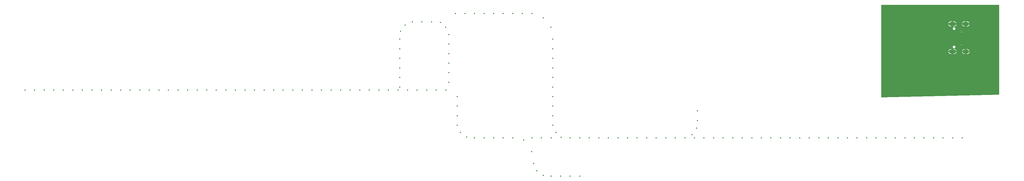
<source format=gbr>
%TF.GenerationSoftware,KiCad,Pcbnew,9.0.1*%
%TF.CreationDate,2025-04-04T16:59:33+13:00*%
%TF.ProjectId,Auckland-LED-Train-Map,4175636b-6c61-46e6-942d-4c45442d5472,rev?*%
%TF.SameCoordinates,Original*%
%TF.FileFunction,Copper,L2,Bot*%
%TF.FilePolarity,Positive*%
%FSLAX46Y46*%
G04 Gerber Fmt 4.6, Leading zero omitted, Abs format (unit mm)*
G04 Created by KiCad (PCBNEW 9.0.1) date 2025-04-04 16:59:33*
%MOMM*%
%LPD*%
G01*
G04 APERTURE LIST*
G04 Aperture macros list*
%AMRoundRect*
0 Rectangle with rounded corners*
0 $1 Rounding radius*
0 $2 $3 $4 $5 $6 $7 $8 $9 X,Y pos of 4 corners*
0 Add a 4 corners polygon primitive as box body*
4,1,4,$2,$3,$4,$5,$6,$7,$8,$9,$2,$3,0*
0 Add four circle primitives for the rounded corners*
1,1,$1+$1,$2,$3*
1,1,$1+$1,$4,$5*
1,1,$1+$1,$6,$7*
1,1,$1+$1,$8,$9*
0 Add four rect primitives between the rounded corners*
20,1,$1+$1,$2,$3,$4,$5,0*
20,1,$1+$1,$4,$5,$6,$7,0*
20,1,$1+$1,$6,$7,$8,$9,0*
20,1,$1+$1,$8,$9,$2,$3,0*%
G04 Aperture macros list end*
%TA.AperFunction,ComponentPad*%
%ADD10O,2.300000X1.300000*%
%TD*%
%TA.AperFunction,ComponentPad*%
%ADD11O,2.100000X1.300000*%
%TD*%
%TA.AperFunction,ComponentPad*%
%ADD12C,0.500000*%
%TD*%
%TA.AperFunction,HeatsinkPad*%
%ADD13C,0.500000*%
%TD*%
%TA.AperFunction,HeatsinkPad*%
%ADD14RoundRect,0.250000X-1.000000X-1.000000X1.000000X-1.000000X1.000000X1.000000X-1.000000X1.000000X0*%
%TD*%
%TA.AperFunction,ViaPad*%
%ADD15C,0.400000*%
%TD*%
G04 APERTURE END LIST*
D10*
%TO.P,U3,S1,SHIELD*%
%TO.N,GND*%
X291665000Y13380000D03*
D11*
X295865000Y13380000D03*
D12*
X294485000Y15710000D03*
X296485000Y15710000D03*
X294485000Y19710000D03*
X296485000Y19710000D03*
D10*
X291665000Y22040000D03*
D11*
X295865000Y22040000D03*
%TD*%
D13*
%TO.P,U4,33,GND*%
%TO.N,GND*%
X276275000Y15200000D03*
X276275000Y14200000D03*
X276275000Y13200000D03*
X277275000Y15200000D03*
X277275000Y14200000D03*
D14*
X277275000Y14200000D03*
D13*
X277275000Y13200000D03*
X278275000Y15200000D03*
X278275000Y14200000D03*
X278275000Y13200000D03*
%TD*%
D15*
%TO.N,GND*%
X165696985Y21000481D03*
X136300000Y-9750000D03*
X174750000Y-25700000D03*
X136300000Y-750000D03*
X108750000Y1300000D03*
X84750000Y1300000D03*
X139299519Y-13445319D03*
X288750000Y-13700000D03*
X24750000Y1300000D03*
X118300000Y11250000D03*
X45750000Y1300000D03*
X150750000Y-13700000D03*
X264750000Y-13700000D03*
X105750000Y1300000D03*
X129750000Y1300000D03*
X160300000Y-21750000D03*
X118300000Y8250000D03*
X69750000Y1300000D03*
X294750000Y-13700000D03*
X120750000Y1300000D03*
X153750000Y-13700000D03*
X246750000Y-13700000D03*
X3750000Y1300000D03*
X279750000Y-13700000D03*
X156750000Y25300000D03*
X118300000Y14250000D03*
X211700000Y-5250000D03*
X114750000Y1300000D03*
X128250000Y22700000D03*
X118300000Y17250000D03*
X279325000Y22200000D03*
X144750000Y25300000D03*
X118300000Y5250000D03*
X122250000Y22700000D03*
X276750000Y-13700000D03*
X225750000Y-13700000D03*
X166300000Y11250000D03*
X163299519Y-25445319D03*
X161304681Y-23999519D03*
X234750000Y-13700000D03*
X183750000Y-13700000D03*
X279325000Y19450000D03*
X66750000Y1300000D03*
X198750000Y-13700000D03*
X133700000Y12750000D03*
X750000Y1300000D03*
X282750000Y-13700000D03*
X126750000Y1300000D03*
X216750000Y-13700000D03*
X125250000Y22700000D03*
X231750000Y-13700000D03*
X147750000Y-13700000D03*
X153750000Y25300000D03*
X261750000Y-13700000D03*
X163299519Y23946985D03*
X136300000Y-6750000D03*
X48750000Y1300000D03*
X6750000Y1300000D03*
X133700000Y9750000D03*
X285750000Y-13700000D03*
X133700000Y6750000D03*
X166300000Y2250000D03*
X36750000Y1300000D03*
X201750000Y-13700000D03*
X131044919Y22529521D03*
X166300000Y8250000D03*
X96750000Y1300000D03*
X277575000Y18700000D03*
X267750000Y-13700000D03*
X255750000Y-13700000D03*
X42750000Y1300000D03*
X228750000Y-13700000D03*
X237750000Y-13700000D03*
X117750000Y1300000D03*
X213750000Y-13700000D03*
X137304681Y-11999519D03*
X166300000Y-750000D03*
X278325000Y22700000D03*
X177750000Y-13700000D03*
X166300000Y5250000D03*
X166300000Y17250000D03*
X21750000Y1300000D03*
X93750000Y1300000D03*
X277575000Y17700000D03*
X102750000Y1300000D03*
X275575000Y17750000D03*
X209999519Y-12695319D03*
X9750000Y1300000D03*
X78750000Y1300000D03*
X211445319Y-10700481D03*
X189750000Y-13700000D03*
X133700000Y15750000D03*
X277325000Y22700000D03*
X39750000Y1300000D03*
X159696985Y-17999519D03*
X168750000Y-25700000D03*
X60750000Y1300000D03*
X159750000Y25300000D03*
X54750000Y1300000D03*
X150750000Y25300000D03*
X99750000Y1300000D03*
X192750000Y-13700000D03*
X141750000Y-13700000D03*
X210750000Y-13700000D03*
X30750000Y1300000D03*
X207750000Y-13700000D03*
X132695319Y20999519D03*
X141750000Y25300000D03*
X15750000Y1300000D03*
X81750000Y1300000D03*
X166300000Y-6750000D03*
X273750000Y-13700000D03*
X167304681Y-11999519D03*
X144750000Y-13700000D03*
X120000481Y21695319D03*
X57750000Y1300000D03*
X270750000Y-13700000D03*
X171750000Y-25700000D03*
X90750000Y1300000D03*
X249750000Y-13700000D03*
X166300000Y-9750000D03*
X204750000Y-13700000D03*
X291750000Y-13700000D03*
X243750000Y-13700000D03*
X222750000Y-13700000D03*
X275575000Y18700000D03*
X118300000Y2250000D03*
X138750000Y25300000D03*
X72750000Y1300000D03*
X111750000Y1300000D03*
X18750000Y1300000D03*
X63750000Y1300000D03*
X166300000Y14250000D03*
X211700000Y-8250000D03*
X274575000Y22200000D03*
X165750000Y-13700000D03*
X195750000Y-13700000D03*
X12750000Y1300000D03*
X186750000Y-13700000D03*
X51750000Y1300000D03*
X87750000Y1300000D03*
X157166738Y-14347301D03*
X136300000Y-3750000D03*
X27750000Y1300000D03*
X168955081Y-13529521D03*
X240750000Y-13700000D03*
X252750000Y-13700000D03*
X258750000Y-13700000D03*
X275575000Y22700000D03*
X171750000Y-13700000D03*
X166300000Y-3750000D03*
X274625000Y19650000D03*
X147750000Y25300000D03*
X132750000Y1300000D03*
X75750000Y1300000D03*
X278575000Y18700000D03*
X33750000Y1300000D03*
X133700000Y3750000D03*
X219750000Y-13700000D03*
X159750000Y-13700000D03*
X180750000Y-13700000D03*
X123750000Y1300000D03*
X162750000Y-13700000D03*
X276575000Y22700000D03*
X118554681Y19700481D03*
X133700000Y18750000D03*
X135750000Y25300000D03*
X165750000Y-25700000D03*
X174750000Y-13700000D03*
%TD*%
%TA.AperFunction,Conductor*%
%TO.N,GND*%
G36*
X306284191Y28031093D02*
G01*
X306320155Y27981593D01*
X306325000Y27951000D01*
X306325000Y-53378D01*
X306306093Y-111569D01*
X306256593Y-147533D01*
X306228407Y-152349D01*
X269426407Y-1047533D01*
X269367774Y-1030046D01*
X269330617Y-981435D01*
X269325000Y-948562D01*
X269325000Y13585000D01*
X290393259Y13585000D01*
X290965596Y13585000D01*
X290907210Y13526614D01*
X290869150Y13434728D01*
X290869150Y13335272D01*
X290907210Y13243386D01*
X290965596Y13185000D01*
X290393259Y13185000D01*
X290399892Y13151650D01*
X290460198Y13006059D01*
X290460202Y13006050D01*
X290547749Y12875030D01*
X290547752Y12875026D01*
X290659176Y12763602D01*
X290659180Y12763599D01*
X290790200Y12676052D01*
X290790209Y12676048D01*
X290935800Y12615742D01*
X291090354Y12585000D01*
X291469149Y12585000D01*
X291469150Y12585001D01*
X291469150Y13135000D01*
X291869150Y13135000D01*
X291869150Y12585001D01*
X291869151Y12585000D01*
X292247945Y12585000D01*
X292402499Y12615742D01*
X292548090Y12676048D01*
X292548099Y12676052D01*
X292679119Y12763599D01*
X292679123Y12763602D01*
X292790547Y12875026D01*
X292790550Y12875030D01*
X292878097Y13006050D01*
X292878101Y13006059D01*
X292938407Y13151650D01*
X292945041Y13185000D01*
X292372704Y13185000D01*
X292431090Y13243386D01*
X292469150Y13335272D01*
X292469150Y13434728D01*
X292431090Y13526614D01*
X292372704Y13585000D01*
X292945041Y13585000D01*
X294693158Y13585000D01*
X295315495Y13585000D01*
X295257109Y13526614D01*
X295219049Y13434728D01*
X295219049Y13335272D01*
X295257109Y13243386D01*
X295315495Y13185000D01*
X294693158Y13185000D01*
X294699791Y13151650D01*
X294760097Y13006059D01*
X294760101Y13006050D01*
X294847648Y12875030D01*
X294847651Y12875026D01*
X294959075Y12763602D01*
X294959079Y12763599D01*
X295090099Y12676052D01*
X295090108Y12676048D01*
X295235699Y12615742D01*
X295390253Y12585000D01*
X295669048Y12585000D01*
X295669049Y12585001D01*
X295669049Y13135000D01*
X296069049Y13135000D01*
X296069049Y12585001D01*
X296069050Y12585000D01*
X296347844Y12585000D01*
X296502398Y12615742D01*
X296647989Y12676048D01*
X296647998Y12676052D01*
X296779018Y12763599D01*
X296779022Y12763602D01*
X296890446Y12875026D01*
X296890449Y12875030D01*
X296977996Y13006050D01*
X296978000Y13006059D01*
X297038306Y13151650D01*
X297044940Y13185000D01*
X296422603Y13185000D01*
X296480989Y13243386D01*
X296519049Y13335272D01*
X296519049Y13434728D01*
X296480989Y13526614D01*
X296422603Y13585000D01*
X297044940Y13585000D01*
X297038306Y13618349D01*
X296978000Y13763940D01*
X296977996Y13763949D01*
X296890449Y13894969D01*
X296890446Y13894973D01*
X296779022Y14006397D01*
X296779018Y14006400D01*
X296647998Y14093947D01*
X296647989Y14093951D01*
X296502398Y14154257D01*
X296347844Y14184999D01*
X296347841Y14185000D01*
X296069050Y14185000D01*
X296069049Y14184999D01*
X296069049Y13635000D01*
X295669049Y13635000D01*
X295669049Y14184999D01*
X295669048Y14185000D01*
X295390257Y14185000D01*
X295390253Y14184999D01*
X295235699Y14154257D01*
X295090108Y14093951D01*
X295090099Y14093947D01*
X294959079Y14006400D01*
X294959075Y14006397D01*
X294847651Y13894973D01*
X294847648Y13894969D01*
X294760101Y13763949D01*
X294760097Y13763940D01*
X294699791Y13618349D01*
X294693158Y13585000D01*
X292945041Y13585000D01*
X292938407Y13618349D01*
X292878101Y13763940D01*
X292878097Y13763949D01*
X292790550Y13894969D01*
X292790547Y13894973D01*
X292679123Y14006397D01*
X292679119Y14006400D01*
X292548099Y14093947D01*
X292548090Y14093951D01*
X292402499Y14154257D01*
X292247945Y14184999D01*
X292247942Y14185000D01*
X291869151Y14185000D01*
X291869150Y14184999D01*
X291869150Y13635000D01*
X291469150Y13635000D01*
X291469150Y14184999D01*
X291469149Y14185000D01*
X291090358Y14185000D01*
X291090354Y14184999D01*
X290935800Y14154257D01*
X290790209Y14093951D01*
X290790200Y14093947D01*
X290659180Y14006400D01*
X290659176Y14006397D01*
X290547752Y13894973D01*
X290547749Y13894969D01*
X290460202Y13763949D01*
X290460198Y13763940D01*
X290399892Y13618349D01*
X290393259Y13585000D01*
X269325000Y13585000D01*
X269325000Y14872727D01*
X291788589Y14872727D01*
X291788589Y14872725D01*
X291788589Y14767274D01*
X291815883Y14665410D01*
X291815883Y14665409D01*
X291868607Y14574089D01*
X291943178Y14499518D01*
X292034499Y14446794D01*
X292034501Y14446793D01*
X292034502Y14446793D01*
X292136362Y14419500D01*
X292136364Y14419500D01*
X292241814Y14419500D01*
X292241816Y14419500D01*
X292343676Y14446793D01*
X292343678Y14446794D01*
X292343679Y14446794D01*
X292434999Y14499518D01*
X292435002Y14499520D01*
X292509569Y14574087D01*
X292562296Y14665413D01*
X292589589Y14767273D01*
X292589589Y14872727D01*
X292562296Y14974587D01*
X292509569Y15065913D01*
X292435002Y15140480D01*
X292343676Y15193207D01*
X292241816Y15220500D01*
X292136362Y15220500D01*
X292034502Y15193207D01*
X292034499Y15193205D01*
X292034498Y15193205D01*
X291973618Y15158055D01*
X291943176Y15140480D01*
X291868609Y15065913D01*
X291868607Y15065910D01*
X291815883Y14974590D01*
X291815883Y14974589D01*
X291815882Y14974587D01*
X291788589Y14872727D01*
X269325000Y14872727D01*
X269325000Y15510000D01*
X294137974Y15510000D01*
X294157357Y15471957D01*
X294246957Y15382357D01*
X294285000Y15362973D01*
X294285000Y15509999D01*
X294685000Y15509999D01*
X294685000Y15362973D01*
X294723042Y15382357D01*
X294812642Y15471957D01*
X294832026Y15510000D01*
X296137974Y15510000D01*
X296157357Y15471957D01*
X296246957Y15382357D01*
X296285000Y15362973D01*
X296285000Y15509999D01*
X296685000Y15509999D01*
X296685000Y15362973D01*
X296723042Y15382357D01*
X296812642Y15471957D01*
X296832026Y15510000D01*
X296685001Y15510000D01*
X296685000Y15509999D01*
X296285000Y15509999D01*
X296284999Y15510000D01*
X296137974Y15510000D01*
X294832026Y15510000D01*
X294685001Y15510000D01*
X294685000Y15509999D01*
X294285000Y15509999D01*
X294284999Y15510000D01*
X294137974Y15510000D01*
X269325000Y15510000D01*
X269325000Y15739837D01*
X294335000Y15739837D01*
X294335000Y15680163D01*
X294357836Y15625032D01*
X294400032Y15582836D01*
X294455163Y15560000D01*
X294514837Y15560000D01*
X294569968Y15582836D01*
X294612164Y15625032D01*
X294635000Y15680163D01*
X294635000Y15739837D01*
X296335000Y15739837D01*
X296335000Y15680163D01*
X296357836Y15625032D01*
X296400032Y15582836D01*
X296455163Y15560000D01*
X296514837Y15560000D01*
X296569968Y15582836D01*
X296612164Y15625032D01*
X296635000Y15680163D01*
X296635000Y15739837D01*
X296612164Y15794968D01*
X296569968Y15837164D01*
X296514837Y15860000D01*
X296455163Y15860000D01*
X296400032Y15837164D01*
X296357836Y15794968D01*
X296335000Y15739837D01*
X294635000Y15739837D01*
X294612164Y15794968D01*
X294569968Y15837164D01*
X294514837Y15860000D01*
X294455163Y15860000D01*
X294400032Y15837164D01*
X294357836Y15794968D01*
X294335000Y15739837D01*
X269325000Y15739837D01*
X269325000Y15910000D01*
X294137974Y15910000D01*
X294284999Y15910000D01*
X294285000Y15910001D01*
X294685000Y15910001D01*
X294685001Y15910000D01*
X294832026Y15910000D01*
X296137974Y15910000D01*
X296284999Y15910000D01*
X296285000Y15910001D01*
X296685000Y15910001D01*
X296685001Y15910000D01*
X296832026Y15910000D01*
X296812642Y15948042D01*
X296723042Y16037642D01*
X296685000Y16057025D01*
X296685000Y15910001D01*
X296285000Y15910001D01*
X296285000Y16057025D01*
X296284999Y16057025D01*
X296246957Y16037642D01*
X296157357Y15948042D01*
X296137974Y15910000D01*
X294832026Y15910000D01*
X294812642Y15948042D01*
X294723042Y16037642D01*
X294685000Y16057025D01*
X294685000Y15910001D01*
X294285000Y15910001D01*
X294285000Y16057025D01*
X294284999Y16057025D01*
X294246957Y16037642D01*
X294157357Y15948042D01*
X294137974Y15910000D01*
X269325000Y15910000D01*
X269325000Y19510000D01*
X294137974Y19510000D01*
X294157357Y19471957D01*
X294246957Y19382357D01*
X294285000Y19362973D01*
X294285000Y19509999D01*
X294685000Y19509999D01*
X294685000Y19362973D01*
X294723042Y19382357D01*
X294812642Y19471957D01*
X294832026Y19510000D01*
X296137974Y19510000D01*
X296157357Y19471957D01*
X296246957Y19382357D01*
X296285000Y19362973D01*
X296285000Y19509999D01*
X296685000Y19509999D01*
X296685000Y19362973D01*
X296723042Y19382357D01*
X296812642Y19471957D01*
X296832026Y19510000D01*
X296685001Y19510000D01*
X296685000Y19509999D01*
X296285000Y19509999D01*
X296284999Y19510000D01*
X296137974Y19510000D01*
X294832026Y19510000D01*
X294685001Y19510000D01*
X294685000Y19509999D01*
X294285000Y19509999D01*
X294284999Y19510000D01*
X294137974Y19510000D01*
X269325000Y19510000D01*
X269325000Y19739837D01*
X294335000Y19739837D01*
X294335000Y19680163D01*
X294357836Y19625032D01*
X294400032Y19582836D01*
X294455163Y19560000D01*
X294514837Y19560000D01*
X294569968Y19582836D01*
X294612164Y19625032D01*
X294635000Y19680163D01*
X294635000Y19739837D01*
X296335000Y19739837D01*
X296335000Y19680163D01*
X296357836Y19625032D01*
X296400032Y19582836D01*
X296455163Y19560000D01*
X296514837Y19560000D01*
X296569968Y19582836D01*
X296612164Y19625032D01*
X296635000Y19680163D01*
X296635000Y19739837D01*
X296612164Y19794968D01*
X296569968Y19837164D01*
X296514837Y19860000D01*
X296455163Y19860000D01*
X296400032Y19837164D01*
X296357836Y19794968D01*
X296335000Y19739837D01*
X294635000Y19739837D01*
X294612164Y19794968D01*
X294569968Y19837164D01*
X294514837Y19860000D01*
X294455163Y19860000D01*
X294400032Y19837164D01*
X294357836Y19794968D01*
X294335000Y19739837D01*
X269325000Y19739837D01*
X269325000Y19910000D01*
X294137974Y19910000D01*
X294284999Y19910000D01*
X294285000Y19910001D01*
X294685000Y19910001D01*
X294685001Y19910000D01*
X294832026Y19910000D01*
X296137974Y19910000D01*
X296284999Y19910000D01*
X296285000Y19910001D01*
X296685000Y19910001D01*
X296685001Y19910000D01*
X296832026Y19910000D01*
X296812642Y19948042D01*
X296723042Y20037642D01*
X296685000Y20057025D01*
X296685000Y19910001D01*
X296285000Y19910001D01*
X296285000Y20057025D01*
X296284999Y20057025D01*
X296246957Y20037642D01*
X296157357Y19948042D01*
X296137974Y19910000D01*
X294832026Y19910000D01*
X294812642Y19948042D01*
X294723042Y20037642D01*
X294685000Y20057025D01*
X294685000Y19910001D01*
X294285000Y19910001D01*
X294285000Y20057025D01*
X294284999Y20057025D01*
X294246957Y20037642D01*
X294157357Y19948042D01*
X294137974Y19910000D01*
X269325000Y19910000D01*
X269325000Y20652727D01*
X291788589Y20652727D01*
X291788589Y20652725D01*
X291788589Y20547274D01*
X291815883Y20445410D01*
X291815883Y20445409D01*
X291868607Y20354089D01*
X291943178Y20279518D01*
X292034499Y20226794D01*
X292034501Y20226793D01*
X292034502Y20226793D01*
X292136362Y20199500D01*
X292136364Y20199500D01*
X292241814Y20199500D01*
X292241816Y20199500D01*
X292343676Y20226793D01*
X292343678Y20226794D01*
X292343679Y20226794D01*
X292434999Y20279518D01*
X292435002Y20279520D01*
X292509569Y20354087D01*
X292562296Y20445413D01*
X292589589Y20547273D01*
X292589589Y20652727D01*
X292562296Y20754587D01*
X292509569Y20845913D01*
X292435002Y20920480D01*
X292343676Y20973207D01*
X292241816Y21000500D01*
X292136362Y21000500D01*
X292034502Y20973207D01*
X292034499Y20973205D01*
X292034498Y20973205D01*
X291973618Y20938055D01*
X291943176Y20920480D01*
X291868609Y20845913D01*
X291868607Y20845910D01*
X291815883Y20754590D01*
X291815883Y20754589D01*
X291815882Y20754587D01*
X291788589Y20652727D01*
X269325000Y20652727D01*
X269325000Y22235000D01*
X290393005Y22235000D01*
X290965342Y22235000D01*
X290906956Y22176614D01*
X290868896Y22084728D01*
X290868896Y21985272D01*
X290906956Y21893386D01*
X290965342Y21835000D01*
X290393005Y21835000D01*
X290399638Y21801650D01*
X290459944Y21656059D01*
X290459948Y21656050D01*
X290547495Y21525030D01*
X290547498Y21525026D01*
X290658922Y21413602D01*
X290658926Y21413599D01*
X290789946Y21326052D01*
X290789955Y21326048D01*
X290935546Y21265742D01*
X291090100Y21235000D01*
X291468895Y21235000D01*
X291468896Y21235001D01*
X291468896Y21785000D01*
X291868896Y21785000D01*
X291868896Y21235001D01*
X291868897Y21235000D01*
X292247691Y21235000D01*
X292402245Y21265742D01*
X292547836Y21326048D01*
X292547845Y21326052D01*
X292678865Y21413599D01*
X292678869Y21413602D01*
X292790293Y21525026D01*
X292790296Y21525030D01*
X292877843Y21656050D01*
X292877847Y21656059D01*
X292938153Y21801650D01*
X292944787Y21835000D01*
X292372450Y21835000D01*
X292430836Y21893386D01*
X292468896Y21985272D01*
X292468896Y22084728D01*
X292430836Y22176614D01*
X292372450Y22235000D01*
X292944787Y22235000D01*
X294693158Y22235000D01*
X295315495Y22235000D01*
X295257109Y22176614D01*
X295219049Y22084728D01*
X295219049Y21985272D01*
X295257109Y21893386D01*
X295315495Y21835000D01*
X294693158Y21835000D01*
X294699791Y21801650D01*
X294760097Y21656059D01*
X294760101Y21656050D01*
X294847648Y21525030D01*
X294847651Y21525026D01*
X294959075Y21413602D01*
X294959079Y21413599D01*
X295090099Y21326052D01*
X295090108Y21326048D01*
X295235699Y21265742D01*
X295390253Y21235000D01*
X295669048Y21235000D01*
X295669049Y21235001D01*
X295669049Y21785000D01*
X296069049Y21785000D01*
X296069049Y21235001D01*
X296069050Y21235000D01*
X296347844Y21235000D01*
X296502398Y21265742D01*
X296647989Y21326048D01*
X296647998Y21326052D01*
X296779018Y21413599D01*
X296779022Y21413602D01*
X296890446Y21525026D01*
X296890449Y21525030D01*
X296977996Y21656050D01*
X296978000Y21656059D01*
X297038306Y21801650D01*
X297044940Y21835000D01*
X296422603Y21835000D01*
X296480989Y21893386D01*
X296519049Y21985272D01*
X296519049Y22084728D01*
X296480989Y22176614D01*
X296422603Y22235000D01*
X297044940Y22235000D01*
X297038306Y22268349D01*
X296978000Y22413940D01*
X296977996Y22413949D01*
X296890449Y22544969D01*
X296890446Y22544973D01*
X296779022Y22656397D01*
X296779018Y22656400D01*
X296647998Y22743947D01*
X296647989Y22743951D01*
X296502398Y22804257D01*
X296347844Y22834999D01*
X296347841Y22835000D01*
X296069050Y22835000D01*
X296069049Y22834999D01*
X296069049Y22285000D01*
X295669049Y22285000D01*
X295669049Y22834999D01*
X295669048Y22835000D01*
X295390257Y22835000D01*
X295390253Y22834999D01*
X295235699Y22804257D01*
X295090108Y22743951D01*
X295090099Y22743947D01*
X294959079Y22656400D01*
X294959075Y22656397D01*
X294847651Y22544973D01*
X294847648Y22544969D01*
X294760101Y22413949D01*
X294760097Y22413940D01*
X294699791Y22268349D01*
X294693158Y22235000D01*
X292944787Y22235000D01*
X292938153Y22268349D01*
X292877847Y22413940D01*
X292877843Y22413949D01*
X292790296Y22544969D01*
X292790293Y22544973D01*
X292678869Y22656397D01*
X292678865Y22656400D01*
X292547845Y22743947D01*
X292547836Y22743951D01*
X292402245Y22804257D01*
X292247691Y22834999D01*
X292247688Y22835000D01*
X291868897Y22835000D01*
X291868896Y22834999D01*
X291868896Y22285000D01*
X291468896Y22285000D01*
X291468896Y22834999D01*
X291468895Y22835000D01*
X291090104Y22835000D01*
X291090100Y22834999D01*
X290935546Y22804257D01*
X290789955Y22743951D01*
X290789946Y22743947D01*
X290658926Y22656400D01*
X290658922Y22656397D01*
X290547498Y22544973D01*
X290547495Y22544969D01*
X290459948Y22413949D01*
X290459944Y22413940D01*
X290399638Y22268349D01*
X290393005Y22235000D01*
X269325000Y22235000D01*
X269325000Y27951000D01*
X269343907Y28009191D01*
X269393407Y28045155D01*
X269424000Y28050000D01*
X306226000Y28050000D01*
X306284191Y28031093D01*
G37*
%TD.AperFunction*%
%TD*%
M02*

</source>
